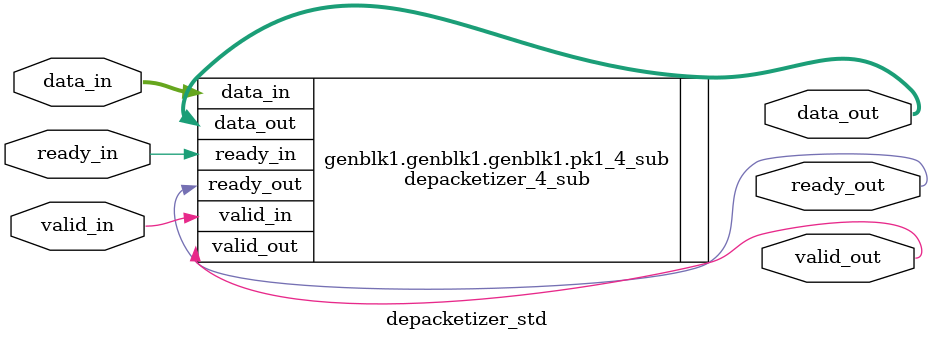
<source format=sv>
/*
 * function : take a data word/dest and insert proper packet and flit headers
 * author   : Mohamed S. Abdelfattah
 * date     : 26-AUG-2014
 */

module depacketizer_std
#(
	parameter WIDTH_PKT = 36,
	parameter WIDTH_DATA = 12,
	parameter VC_ADDRESS_WIDTH = 1,
	parameter ADDRESS_WIDTH = 4,
    parameter DEPACKETIZER_WIDTH = 4
)
(
	input [WIDTH_PKT-1:0] data_in,
	input                 valid_in,
	output                ready_out,
	
	output [WIDTH_DATA-1:0] data_out,
	output                  valid_out,
	input                   ready_in
);


//-------------------------------------------------------------------------
// Implementation
//-------------------------------------------------------------------------

//choose the depacketizer based on DEPACKETIZER_WIDTH parameter
generate

if(DEPACKETIZER_WIDTH == 1)
depacketizer_1_sub
#(
    .ADDRESS_WIDTH(ADDRESS_WIDTH),
	.VC_ADDRESS_WIDTH(VC_ADDRESS_WIDTH),
	.WIDTH_PKT(WIDTH_PKT),
	.WIDTH_DATA(WIDTH_DATA)
)
pk1_1_sub
(
	.data_in(data_in),
	.valid_in(valid_in),
	.ready_out(ready_out),
	.data_out(data_out),
	.valid_out(valid_out),
	.ready_in(ready_in)
);
else if(DEPACKETIZER_WIDTH == 2)
depacketizer_2_sub
#(
    .ADDRESS_WIDTH(ADDRESS_WIDTH),
	.VC_ADDRESS_WIDTH(VC_ADDRESS_WIDTH),
	.WIDTH_PKT(WIDTH_PKT),
	.WIDTH_DATA(WIDTH_DATA)
)
pk1_2_sub
(
	.data_in(data_in),
	.valid_in(valid_in),
	.ready_out(ready_out),
	.data_out(data_out),
	.valid_out(valid_out),
	.ready_in(ready_in)
);
else if(DEPACKETIZER_WIDTH == 4)
depacketizer_4_sub
#(
    .ADDRESS_WIDTH(ADDRESS_WIDTH),
	.VC_ADDRESS_WIDTH(VC_ADDRESS_WIDTH),
	.WIDTH_PKT(WIDTH_PKT),
	.WIDTH_DATA(WIDTH_DATA)
)
pk1_4_sub
(
	.data_in(data_in),
	.valid_in(valid_in),
	.ready_out(ready_out),
	.data_out(data_out),
	.valid_out(valid_out),
	.ready_in(ready_in)
);
endgenerate

endmodule

</source>
